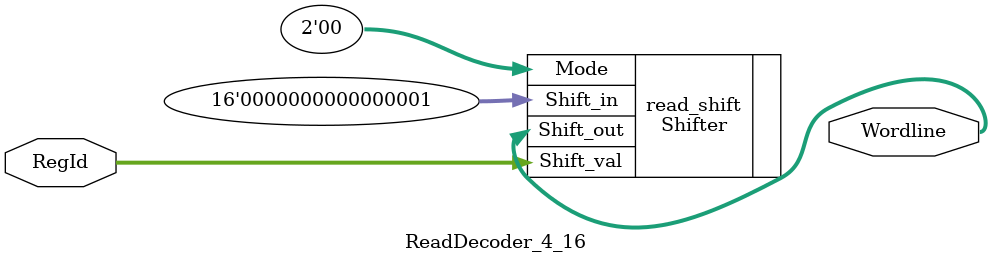
<source format=v>
module ReadDecoder_4_16(RegId, Wordline);

	// INPUTS AND OUTPUTS
	input [3:0] RegId;
	output [15:0] Wordline;

	////////////////////////////////////
	// Wordline = 16'h001 << RegId    //
	// this effectively sets a bit	  //
	// of Wordline based on RegId     //
	// e.g. if RegId = 4, Wordline[4] //
	// is asserted.			 		  //
	////////////////////////////////////
	Shifter read_shift(.Shift_out(Wordline), .Shift_in(16'h0001), .Shift_val(RegId), .Mode(2'b00));

endmodule

</source>
